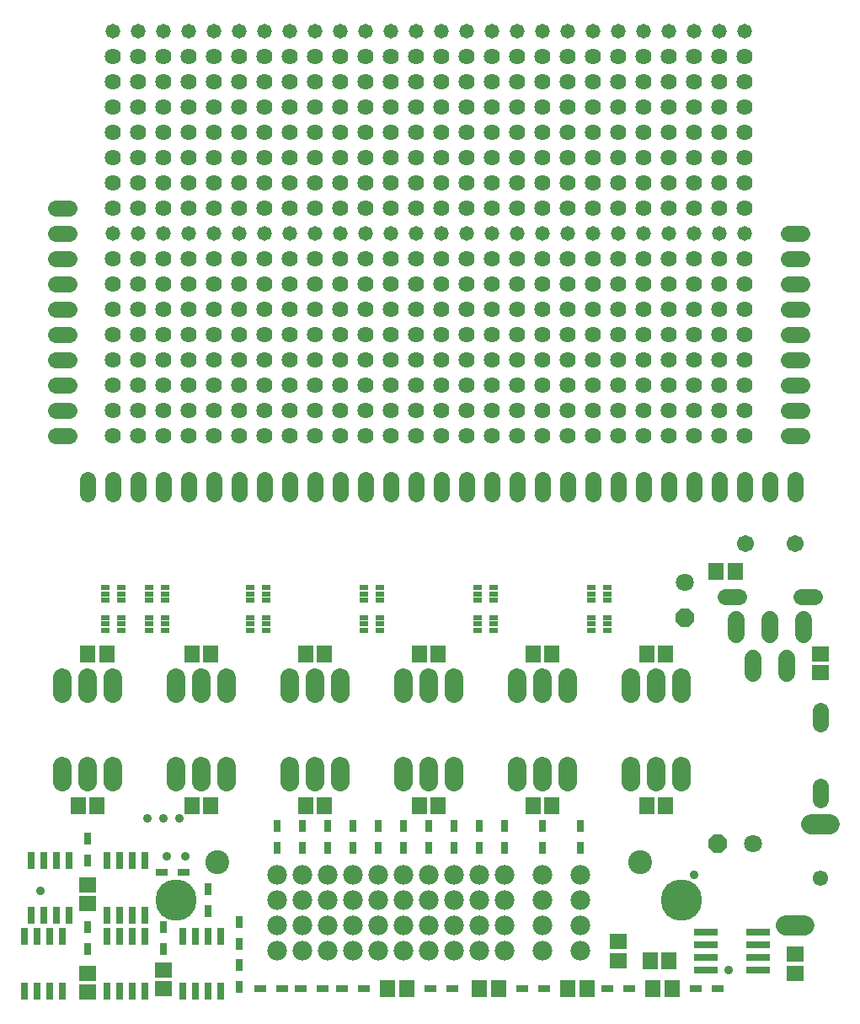
<source format=gbs>
G75*
%MOIN*%
%OFA0B0*%
%FSLAX25Y25*%
%IPPOS*%
%LPD*%
%AMOC8*
5,1,8,0,0,1.08239X$1,22.5*
%
%ADD10R,0.06706X0.05918*%
%ADD11OC8,0.07100*%
%ADD12C,0.07100*%
%ADD13R,0.05918X0.06706*%
%ADD14C,0.07900*%
%ADD15R,0.03162X0.04737*%
%ADD16R,0.04737X0.03162*%
%ADD17C,0.06400*%
%ADD18C,0.06743*%
%ADD19C,0.06743*%
%ADD20C,0.07200*%
%ADD21R,0.03556X0.01981*%
%ADD22C,0.16350*%
%ADD23C,0.09461*%
%ADD24C,0.07800*%
%ADD25R,0.03162X0.06706*%
%ADD26R,0.09461X0.03162*%
%ADD27C,0.03578*%
%ADD28C,0.05800*%
%ADD29C,0.06400*%
%ADD30C,0.06115*%
D10*
X0051500Y0039174D03*
X0051500Y0046654D03*
X0051600Y0074174D03*
X0051600Y0081654D03*
X0081500Y0047904D03*
X0081500Y0040424D03*
X0261600Y0051674D03*
X0261600Y0059154D03*
X0331600Y0054154D03*
X0331600Y0046674D03*
X0341600Y0165424D03*
X0341600Y0172904D03*
D11*
X0287850Y0187164D03*
X0300850Y0097914D03*
D12*
X0314850Y0097914D03*
X0287850Y0201164D03*
D13*
X0300360Y0205414D03*
X0307840Y0205414D03*
X0280340Y0172914D03*
X0272860Y0172914D03*
X0235340Y0172914D03*
X0227860Y0172914D03*
X0190340Y0172914D03*
X0182860Y0172914D03*
X0145340Y0172914D03*
X0137860Y0172914D03*
X0100340Y0172914D03*
X0092860Y0172914D03*
X0059090Y0172914D03*
X0051610Y0172914D03*
X0055340Y0112914D03*
X0047860Y0112914D03*
X0092860Y0112914D03*
X0100340Y0112914D03*
X0137860Y0112914D03*
X0145340Y0112914D03*
X0182860Y0112914D03*
X0190340Y0112914D03*
X0227860Y0112914D03*
X0235340Y0112914D03*
X0272860Y0112914D03*
X0280340Y0112914D03*
X0281590Y0051664D03*
X0274110Y0051664D03*
X0275360Y0040414D03*
X0282840Y0040414D03*
X0249090Y0040414D03*
X0241610Y0040414D03*
X0214090Y0040414D03*
X0206610Y0040414D03*
X0177840Y0040414D03*
X0170360Y0040414D03*
D14*
X0328050Y0065414D02*
X0335150Y0065414D01*
X0338050Y0105414D02*
X0345150Y0105414D01*
D15*
X0246600Y0104745D03*
X0246600Y0096083D03*
X0231600Y0096083D03*
X0231600Y0104745D03*
X0216600Y0104745D03*
X0216600Y0096083D03*
X0206600Y0096083D03*
X0206600Y0104745D03*
X0196600Y0104745D03*
X0196600Y0096083D03*
X0186600Y0096083D03*
X0186600Y0104745D03*
X0176600Y0104745D03*
X0176600Y0096083D03*
X0166600Y0096083D03*
X0166600Y0104745D03*
X0156600Y0104745D03*
X0156600Y0096083D03*
X0146600Y0096083D03*
X0146600Y0104745D03*
X0136600Y0104745D03*
X0136600Y0096083D03*
X0126600Y0096083D03*
X0126600Y0104745D03*
X0099100Y0079745D03*
X0099100Y0071083D03*
X0111600Y0066932D03*
X0111600Y0058271D03*
X0111600Y0049745D03*
X0111600Y0041083D03*
X0081600Y0056083D03*
X0081600Y0064745D03*
X0051600Y0064745D03*
X0051600Y0056083D03*
X0051600Y0091083D03*
X0051600Y0099745D03*
D16*
X0081019Y0086664D03*
X0089681Y0086664D03*
X0119769Y0040414D03*
X0128431Y0040414D03*
X0136019Y0040414D03*
X0144681Y0040414D03*
X0152269Y0040414D03*
X0160931Y0040414D03*
X0187269Y0040414D03*
X0195931Y0040414D03*
X0223519Y0040414D03*
X0232181Y0040414D03*
X0257269Y0040414D03*
X0265931Y0040414D03*
X0292269Y0040414D03*
X0300931Y0040414D03*
D17*
X0341600Y0115114D02*
X0341600Y0120714D01*
X0341600Y0145114D02*
X0341600Y0150714D01*
X0339400Y0195414D02*
X0333800Y0195414D01*
X0309400Y0195414D02*
X0303800Y0195414D01*
X0301600Y0236364D02*
X0301600Y0241964D01*
X0291600Y0241964D02*
X0291600Y0236364D01*
X0281600Y0236364D02*
X0281600Y0241964D01*
X0271600Y0241964D02*
X0271600Y0236364D01*
X0261600Y0236364D02*
X0261600Y0241964D01*
X0251600Y0241964D02*
X0251600Y0236364D01*
X0241600Y0236364D02*
X0241600Y0241964D01*
X0231600Y0241964D02*
X0231600Y0236364D01*
X0221600Y0236364D02*
X0221600Y0241964D01*
X0211600Y0241964D02*
X0211600Y0236364D01*
X0201600Y0236364D02*
X0201600Y0241964D01*
X0191600Y0241964D02*
X0191600Y0236364D01*
X0181600Y0236364D02*
X0181600Y0241964D01*
X0171600Y0241964D02*
X0171600Y0236364D01*
X0161600Y0236364D02*
X0161600Y0241964D01*
X0151600Y0241964D02*
X0151600Y0236364D01*
X0141600Y0236364D02*
X0141600Y0241964D01*
X0131600Y0241964D02*
X0131600Y0236364D01*
X0121600Y0236364D02*
X0121600Y0241964D01*
X0111600Y0241964D02*
X0111600Y0236364D01*
X0101600Y0236364D02*
X0101600Y0241964D01*
X0091600Y0241964D02*
X0091600Y0236364D01*
X0081600Y0236364D02*
X0081600Y0241964D01*
X0071600Y0241964D02*
X0071600Y0236364D01*
X0061600Y0236364D02*
X0061600Y0241964D01*
X0051600Y0241964D02*
X0051600Y0236364D01*
X0044400Y0259164D02*
X0038800Y0259164D01*
X0038800Y0269164D02*
X0044400Y0269164D01*
X0044400Y0279164D02*
X0038800Y0279164D01*
X0038800Y0289164D02*
X0044400Y0289164D01*
X0044400Y0299164D02*
X0038800Y0299164D01*
X0038800Y0309164D02*
X0044400Y0309164D01*
X0044400Y0319164D02*
X0038800Y0319164D01*
X0038800Y0329164D02*
X0044400Y0329164D01*
X0044400Y0339164D02*
X0038800Y0339164D01*
X0038800Y0349164D02*
X0044400Y0349164D01*
X0311600Y0241964D02*
X0311600Y0236364D01*
X0321600Y0236364D02*
X0321600Y0241964D01*
X0331600Y0241964D02*
X0331600Y0236364D01*
X0334400Y0259164D02*
X0328800Y0259164D01*
X0328800Y0269164D02*
X0334400Y0269164D01*
X0334400Y0279164D02*
X0328800Y0279164D01*
X0328800Y0289164D02*
X0334400Y0289164D01*
X0334400Y0299164D02*
X0328800Y0299164D01*
X0328800Y0309164D02*
X0334400Y0309164D01*
X0334400Y0319164D02*
X0328800Y0319164D01*
X0328800Y0329164D02*
X0334400Y0329164D01*
X0334400Y0339164D02*
X0328800Y0339164D01*
D18*
X0334986Y0186456D02*
X0334986Y0180513D01*
X0328293Y0171102D02*
X0328293Y0165159D01*
X0314907Y0165159D02*
X0314907Y0171102D01*
X0308214Y0180513D02*
X0308214Y0186456D01*
X0321600Y0186456D02*
X0321600Y0180513D01*
D19*
X0311757Y0216664D03*
X0331443Y0216664D03*
D20*
X0286600Y0163614D02*
X0286600Y0157214D01*
X0276600Y0157214D02*
X0276600Y0163614D01*
X0266600Y0163614D02*
X0266600Y0157214D01*
X0241600Y0157214D02*
X0241600Y0163614D01*
X0231600Y0163614D02*
X0231600Y0157214D01*
X0221600Y0157214D02*
X0221600Y0163614D01*
X0196600Y0163614D02*
X0196600Y0157214D01*
X0186600Y0157214D02*
X0186600Y0163614D01*
X0176600Y0163614D02*
X0176600Y0157214D01*
X0176600Y0128614D02*
X0176600Y0122214D01*
X0186600Y0122214D02*
X0186600Y0128614D01*
X0196600Y0128614D02*
X0196600Y0122214D01*
X0221600Y0122214D02*
X0221600Y0128614D01*
X0231600Y0128614D02*
X0231600Y0122214D01*
X0241600Y0122214D02*
X0241600Y0128614D01*
X0266600Y0128614D02*
X0266600Y0122214D01*
X0276600Y0122214D02*
X0276600Y0128614D01*
X0286600Y0128614D02*
X0286600Y0122214D01*
X0151600Y0122214D02*
X0151600Y0128614D01*
X0141600Y0128614D02*
X0141600Y0122214D01*
X0131600Y0122214D02*
X0131600Y0128614D01*
X0131600Y0157214D02*
X0131600Y0163614D01*
X0141600Y0163614D02*
X0141600Y0157214D01*
X0151600Y0157214D02*
X0151600Y0163614D01*
X0106600Y0163614D02*
X0106600Y0157214D01*
X0096600Y0157214D02*
X0096600Y0163614D01*
X0086600Y0163614D02*
X0086600Y0157214D01*
X0061600Y0157214D02*
X0061600Y0163614D01*
X0051600Y0163614D02*
X0051600Y0157214D01*
X0041600Y0157214D02*
X0041600Y0163614D01*
X0041600Y0128614D02*
X0041600Y0122214D01*
X0051600Y0122214D02*
X0051600Y0128614D01*
X0061600Y0128614D02*
X0061600Y0122214D01*
X0086600Y0122214D02*
X0086600Y0128614D01*
X0096600Y0128614D02*
X0096600Y0122214D01*
X0106600Y0122214D02*
X0106600Y0128614D01*
D21*
X0115950Y0182230D03*
X0115950Y0184789D03*
X0115950Y0187348D03*
X0122250Y0187348D03*
X0122250Y0184789D03*
X0122250Y0182230D03*
X0122250Y0194105D03*
X0122250Y0196664D03*
X0122250Y0199223D03*
X0115950Y0199223D03*
X0115950Y0196664D03*
X0115950Y0194105D03*
X0082250Y0194105D03*
X0082250Y0196664D03*
X0082250Y0199223D03*
X0075950Y0199223D03*
X0075950Y0196664D03*
X0075950Y0194105D03*
X0075950Y0187348D03*
X0075950Y0184789D03*
X0075950Y0182230D03*
X0082250Y0182230D03*
X0082250Y0184789D03*
X0082250Y0187348D03*
X0064750Y0187348D03*
X0064750Y0184789D03*
X0064750Y0182230D03*
X0058450Y0182230D03*
X0058450Y0184789D03*
X0058450Y0187348D03*
X0058450Y0194105D03*
X0058450Y0196664D03*
X0058450Y0199223D03*
X0064750Y0199223D03*
X0064750Y0196664D03*
X0064750Y0194105D03*
X0160950Y0194105D03*
X0160950Y0196664D03*
X0160950Y0199223D03*
X0167250Y0199223D03*
X0167250Y0196664D03*
X0167250Y0194105D03*
X0167250Y0187348D03*
X0167250Y0184789D03*
X0167250Y0182230D03*
X0160950Y0182230D03*
X0160950Y0184789D03*
X0160950Y0187348D03*
X0205950Y0187348D03*
X0205950Y0184789D03*
X0205950Y0182230D03*
X0212250Y0182230D03*
X0212250Y0184789D03*
X0212250Y0187348D03*
X0212250Y0194105D03*
X0212250Y0196664D03*
X0212250Y0199223D03*
X0205950Y0199223D03*
X0205950Y0196664D03*
X0205950Y0194105D03*
X0250950Y0194105D03*
X0250950Y0196664D03*
X0250950Y0199223D03*
X0257250Y0199223D03*
X0257250Y0196664D03*
X0257250Y0194105D03*
X0257250Y0187348D03*
X0257250Y0184789D03*
X0257250Y0182230D03*
X0250950Y0182230D03*
X0250950Y0184789D03*
X0250950Y0187348D03*
D22*
X0286600Y0075414D03*
X0086600Y0075414D03*
D23*
X0102850Y0090414D03*
X0270350Y0090414D03*
D24*
X0246600Y0085414D03*
X0246600Y0075414D03*
X0246600Y0065414D03*
X0246600Y0055414D03*
X0231600Y0055414D03*
X0231600Y0065414D03*
X0231600Y0075414D03*
X0231600Y0085414D03*
X0216600Y0085414D03*
X0216600Y0075414D03*
X0216600Y0065414D03*
X0216600Y0055414D03*
X0206600Y0055414D03*
X0206600Y0065414D03*
X0206600Y0075414D03*
X0206600Y0085414D03*
X0196600Y0085414D03*
X0196600Y0075414D03*
X0196600Y0065414D03*
X0196600Y0055414D03*
X0186600Y0055414D03*
X0186600Y0065414D03*
X0186600Y0075414D03*
X0186600Y0085414D03*
X0176600Y0085414D03*
X0176600Y0075414D03*
X0176600Y0065414D03*
X0176600Y0055414D03*
X0166600Y0055414D03*
X0166600Y0065414D03*
X0166600Y0075414D03*
X0166600Y0085414D03*
X0156600Y0085414D03*
X0146600Y0085414D03*
X0146600Y0075414D03*
X0156600Y0075414D03*
X0156600Y0065414D03*
X0146600Y0065414D03*
X0146600Y0055414D03*
X0156600Y0055414D03*
X0136600Y0055414D03*
X0136600Y0065414D03*
X0136600Y0075414D03*
X0136600Y0085414D03*
X0126600Y0085414D03*
X0126600Y0075414D03*
X0126600Y0065414D03*
X0126600Y0055414D03*
D25*
X0026600Y0039587D03*
X0031600Y0039587D03*
X0036600Y0039587D03*
X0041600Y0039587D03*
X0059100Y0039587D03*
X0064100Y0039587D03*
X0069100Y0039587D03*
X0074100Y0039587D03*
X0089100Y0039587D03*
X0094100Y0039587D03*
X0099100Y0039587D03*
X0104100Y0039587D03*
X0104100Y0061241D03*
X0099100Y0061241D03*
X0094100Y0061241D03*
X0089100Y0061241D03*
X0074100Y0061241D03*
X0069100Y0061241D03*
X0064100Y0061241D03*
X0059100Y0061241D03*
X0059100Y0069587D03*
X0064100Y0069587D03*
X0069100Y0069587D03*
X0074100Y0069587D03*
X0074100Y0091241D03*
X0069100Y0091241D03*
X0064100Y0091241D03*
X0059100Y0091241D03*
X0044100Y0091241D03*
X0039100Y0091241D03*
X0034100Y0091241D03*
X0029100Y0091241D03*
X0029100Y0069587D03*
X0034100Y0069587D03*
X0039100Y0069587D03*
X0044100Y0069587D03*
X0041600Y0061241D03*
X0036600Y0061241D03*
X0031600Y0061241D03*
X0026600Y0061241D03*
D26*
X0296364Y0062914D03*
X0296364Y0057914D03*
X0296364Y0052914D03*
X0296364Y0047914D03*
X0316836Y0047914D03*
X0316836Y0052914D03*
X0316836Y0057914D03*
X0316836Y0062914D03*
D27*
X0305350Y0047914D03*
X0291600Y0085414D03*
X0090350Y0092914D03*
X0082850Y0092914D03*
X0081600Y0107914D03*
X0087850Y0107914D03*
X0075350Y0107914D03*
X0032840Y0079174D03*
D28*
X0061600Y0339164D03*
X0071600Y0339164D03*
X0081600Y0339164D03*
X0091600Y0339164D03*
X0101600Y0339164D03*
X0111600Y0339164D03*
X0121600Y0339164D03*
X0131600Y0339164D03*
X0141600Y0339164D03*
X0151600Y0339164D03*
X0161600Y0339164D03*
X0171600Y0339164D03*
X0181600Y0339164D03*
X0191600Y0339164D03*
X0201600Y0339164D03*
X0211600Y0339164D03*
X0221600Y0339164D03*
X0231600Y0339164D03*
X0241600Y0339164D03*
X0251600Y0339164D03*
X0261600Y0339164D03*
X0271600Y0339164D03*
X0281600Y0339164D03*
X0291600Y0339164D03*
X0301600Y0339164D03*
X0311600Y0339164D03*
X0311600Y0419164D03*
X0301600Y0419164D03*
X0291600Y0419164D03*
X0281600Y0419164D03*
X0271600Y0419164D03*
X0261600Y0419164D03*
X0251600Y0419164D03*
X0241600Y0419164D03*
X0231600Y0419164D03*
X0221600Y0419164D03*
X0211600Y0419164D03*
X0201600Y0419164D03*
X0191600Y0419164D03*
X0181600Y0419164D03*
X0171600Y0419164D03*
X0161600Y0419164D03*
X0151600Y0419164D03*
X0141600Y0419164D03*
X0131600Y0419164D03*
X0121600Y0419164D03*
X0111600Y0419164D03*
X0101600Y0419164D03*
X0091600Y0419164D03*
X0081600Y0419164D03*
X0071600Y0419164D03*
X0061600Y0419164D03*
D29*
X0061600Y0409164D03*
X0071600Y0409164D03*
X0071600Y0399164D03*
X0061600Y0399164D03*
X0061600Y0389164D03*
X0071600Y0389164D03*
X0081600Y0389164D03*
X0081600Y0399164D03*
X0081600Y0409164D03*
X0091600Y0409164D03*
X0091600Y0399164D03*
X0091600Y0389164D03*
X0101600Y0389164D03*
X0101600Y0399164D03*
X0101600Y0409164D03*
X0111600Y0409164D03*
X0121600Y0409164D03*
X0121600Y0399164D03*
X0111600Y0399164D03*
X0111600Y0389164D03*
X0121600Y0389164D03*
X0131600Y0389164D03*
X0131600Y0399164D03*
X0131600Y0409164D03*
X0141600Y0409164D03*
X0141600Y0399164D03*
X0141600Y0389164D03*
X0151600Y0389164D03*
X0151600Y0399164D03*
X0151600Y0409164D03*
X0161600Y0409164D03*
X0171600Y0409164D03*
X0171600Y0399164D03*
X0161600Y0399164D03*
X0161600Y0389164D03*
X0171600Y0389164D03*
X0181600Y0389164D03*
X0181600Y0399164D03*
X0181600Y0409164D03*
X0191600Y0409164D03*
X0201600Y0409164D03*
X0201600Y0399164D03*
X0191600Y0399164D03*
X0191600Y0389164D03*
X0201600Y0389164D03*
X0211600Y0389164D03*
X0211600Y0399164D03*
X0211600Y0409164D03*
X0221600Y0409164D03*
X0221600Y0399164D03*
X0221600Y0389164D03*
X0231600Y0389164D03*
X0231600Y0399164D03*
X0231600Y0409164D03*
X0241600Y0409164D03*
X0251600Y0409164D03*
X0251600Y0399164D03*
X0241600Y0399164D03*
X0241600Y0389164D03*
X0251600Y0389164D03*
X0261600Y0389164D03*
X0261600Y0399164D03*
X0261600Y0409164D03*
X0271600Y0409164D03*
X0271600Y0399164D03*
X0271600Y0389164D03*
X0281600Y0389164D03*
X0281600Y0399164D03*
X0281600Y0409164D03*
X0291600Y0409164D03*
X0301600Y0409164D03*
X0301600Y0399164D03*
X0291600Y0399164D03*
X0291600Y0389164D03*
X0301600Y0389164D03*
X0311600Y0389164D03*
X0311600Y0399164D03*
X0311600Y0409164D03*
X0311600Y0379164D03*
X0311600Y0369164D03*
X0311600Y0359164D03*
X0311600Y0349164D03*
X0301600Y0349164D03*
X0301600Y0359164D03*
X0301600Y0369164D03*
X0301600Y0379164D03*
X0291600Y0379164D03*
X0291600Y0369164D03*
X0291600Y0359164D03*
X0291600Y0349164D03*
X0281600Y0349164D03*
X0281600Y0359164D03*
X0281600Y0369164D03*
X0281600Y0379164D03*
X0271600Y0379164D03*
X0261600Y0379164D03*
X0261600Y0369164D03*
X0271600Y0369164D03*
X0271600Y0359164D03*
X0261600Y0359164D03*
X0261600Y0349164D03*
X0271600Y0349164D03*
X0271600Y0329164D03*
X0261600Y0329164D03*
X0251600Y0329164D03*
X0241600Y0329164D03*
X0231600Y0329164D03*
X0221600Y0329164D03*
X0211600Y0329164D03*
X0201600Y0329164D03*
X0191600Y0329164D03*
X0181600Y0329164D03*
X0171600Y0329164D03*
X0161600Y0329164D03*
X0151600Y0329164D03*
X0141600Y0329164D03*
X0131600Y0329164D03*
X0121600Y0329164D03*
X0111600Y0329164D03*
X0101600Y0329164D03*
X0091600Y0329164D03*
X0081600Y0329164D03*
X0071600Y0329164D03*
X0061600Y0329164D03*
X0061600Y0319164D03*
X0071600Y0319164D03*
X0071600Y0309164D03*
X0061600Y0309164D03*
X0061600Y0299164D03*
X0071600Y0299164D03*
X0071600Y0289164D03*
X0061600Y0289164D03*
X0061600Y0279164D03*
X0071600Y0279164D03*
X0081600Y0279164D03*
X0081600Y0289164D03*
X0081600Y0299164D03*
X0081600Y0309164D03*
X0081600Y0319164D03*
X0091600Y0319164D03*
X0091600Y0309164D03*
X0091600Y0299164D03*
X0091600Y0289164D03*
X0091600Y0279164D03*
X0101600Y0279164D03*
X0101600Y0289164D03*
X0101600Y0299164D03*
X0101600Y0309164D03*
X0101600Y0319164D03*
X0111600Y0319164D03*
X0121600Y0319164D03*
X0121600Y0309164D03*
X0111600Y0309164D03*
X0111600Y0299164D03*
X0121600Y0299164D03*
X0121600Y0289164D03*
X0111600Y0289164D03*
X0111600Y0279164D03*
X0121600Y0279164D03*
X0131600Y0279164D03*
X0131600Y0289164D03*
X0131600Y0299164D03*
X0131600Y0309164D03*
X0131600Y0319164D03*
X0141600Y0319164D03*
X0141600Y0309164D03*
X0141600Y0299164D03*
X0141600Y0289164D03*
X0141600Y0279164D03*
X0151600Y0279164D03*
X0151600Y0289164D03*
X0151600Y0299164D03*
X0151600Y0309164D03*
X0151600Y0319164D03*
X0161600Y0319164D03*
X0171600Y0319164D03*
X0171600Y0309164D03*
X0161600Y0309164D03*
X0161600Y0299164D03*
X0171600Y0299164D03*
X0171600Y0289164D03*
X0161600Y0289164D03*
X0161600Y0279164D03*
X0171600Y0279164D03*
X0181600Y0279164D03*
X0181600Y0289164D03*
X0181600Y0299164D03*
X0181600Y0309164D03*
X0181600Y0319164D03*
X0191600Y0319164D03*
X0201600Y0319164D03*
X0201600Y0309164D03*
X0191600Y0309164D03*
X0191600Y0299164D03*
X0201600Y0299164D03*
X0201600Y0289164D03*
X0191600Y0289164D03*
X0191600Y0279164D03*
X0201600Y0279164D03*
X0211600Y0279164D03*
X0211600Y0289164D03*
X0211600Y0299164D03*
X0211600Y0309164D03*
X0211600Y0319164D03*
X0221600Y0319164D03*
X0221600Y0309164D03*
X0221600Y0299164D03*
X0221600Y0289164D03*
X0221600Y0279164D03*
X0231600Y0279164D03*
X0231600Y0289164D03*
X0231600Y0299164D03*
X0231600Y0309164D03*
X0231600Y0319164D03*
X0241600Y0319164D03*
X0251600Y0319164D03*
X0251600Y0309164D03*
X0241600Y0309164D03*
X0241600Y0299164D03*
X0251600Y0299164D03*
X0251600Y0289164D03*
X0241600Y0289164D03*
X0241600Y0279164D03*
X0251600Y0279164D03*
X0261600Y0279164D03*
X0261600Y0289164D03*
X0261600Y0299164D03*
X0261600Y0309164D03*
X0261600Y0319164D03*
X0271600Y0319164D03*
X0271600Y0309164D03*
X0271600Y0299164D03*
X0271600Y0289164D03*
X0271600Y0279164D03*
X0281600Y0279164D03*
X0281600Y0289164D03*
X0281600Y0299164D03*
X0281600Y0309164D03*
X0281600Y0319164D03*
X0281600Y0329164D03*
X0291600Y0329164D03*
X0301600Y0329164D03*
X0311600Y0329164D03*
X0311600Y0319164D03*
X0311600Y0309164D03*
X0311600Y0299164D03*
X0311600Y0289164D03*
X0311600Y0279164D03*
X0301600Y0279164D03*
X0301600Y0289164D03*
X0301600Y0299164D03*
X0301600Y0309164D03*
X0301600Y0319164D03*
X0291600Y0319164D03*
X0291600Y0309164D03*
X0291600Y0299164D03*
X0291600Y0289164D03*
X0291600Y0279164D03*
X0291600Y0269164D03*
X0301600Y0269164D03*
X0301600Y0259164D03*
X0291600Y0259164D03*
X0281600Y0259164D03*
X0281600Y0269164D03*
X0271600Y0269164D03*
X0261600Y0269164D03*
X0261600Y0259164D03*
X0271600Y0259164D03*
X0251600Y0259164D03*
X0251600Y0269164D03*
X0241600Y0269164D03*
X0241600Y0259164D03*
X0231600Y0259164D03*
X0231600Y0269164D03*
X0221600Y0269164D03*
X0211600Y0269164D03*
X0211600Y0259164D03*
X0221600Y0259164D03*
X0201600Y0259164D03*
X0201600Y0269164D03*
X0191600Y0269164D03*
X0191600Y0259164D03*
X0181600Y0259164D03*
X0181600Y0269164D03*
X0171600Y0269164D03*
X0161600Y0269164D03*
X0161600Y0259164D03*
X0171600Y0259164D03*
X0151600Y0259164D03*
X0151600Y0269164D03*
X0141600Y0269164D03*
X0131600Y0269164D03*
X0131600Y0259164D03*
X0141600Y0259164D03*
X0121600Y0259164D03*
X0121600Y0269164D03*
X0111600Y0269164D03*
X0111600Y0259164D03*
X0101600Y0259164D03*
X0101600Y0269164D03*
X0091600Y0269164D03*
X0081600Y0269164D03*
X0081600Y0259164D03*
X0091600Y0259164D03*
X0071600Y0259164D03*
X0071600Y0269164D03*
X0061600Y0269164D03*
X0061600Y0259164D03*
X0061600Y0349164D03*
X0061600Y0359164D03*
X0061600Y0369164D03*
X0061600Y0379164D03*
X0071600Y0379164D03*
X0071600Y0369164D03*
X0071600Y0359164D03*
X0071600Y0349164D03*
X0081600Y0349164D03*
X0081600Y0359164D03*
X0081600Y0369164D03*
X0081600Y0379164D03*
X0091600Y0379164D03*
X0091600Y0369164D03*
X0091600Y0359164D03*
X0091600Y0349164D03*
X0101600Y0349164D03*
X0101600Y0359164D03*
X0101600Y0369164D03*
X0101600Y0379164D03*
X0111600Y0379164D03*
X0121600Y0379164D03*
X0121600Y0369164D03*
X0111600Y0369164D03*
X0111600Y0359164D03*
X0121600Y0359164D03*
X0121600Y0349164D03*
X0111600Y0349164D03*
X0131600Y0349164D03*
X0131600Y0359164D03*
X0131600Y0369164D03*
X0131600Y0379164D03*
X0141600Y0379164D03*
X0141600Y0369164D03*
X0141600Y0359164D03*
X0141600Y0349164D03*
X0151600Y0349164D03*
X0151600Y0359164D03*
X0151600Y0369164D03*
X0151600Y0379164D03*
X0161600Y0379164D03*
X0171600Y0379164D03*
X0171600Y0369164D03*
X0161600Y0369164D03*
X0161600Y0359164D03*
X0171600Y0359164D03*
X0171600Y0349164D03*
X0161600Y0349164D03*
X0181600Y0349164D03*
X0181600Y0359164D03*
X0181600Y0369164D03*
X0181600Y0379164D03*
X0191600Y0379164D03*
X0201600Y0379164D03*
X0201600Y0369164D03*
X0191600Y0369164D03*
X0191600Y0359164D03*
X0201600Y0359164D03*
X0201600Y0349164D03*
X0191600Y0349164D03*
X0211600Y0349164D03*
X0211600Y0359164D03*
X0211600Y0369164D03*
X0211600Y0379164D03*
X0221600Y0379164D03*
X0221600Y0369164D03*
X0221600Y0359164D03*
X0221600Y0349164D03*
X0231600Y0349164D03*
X0231600Y0359164D03*
X0231600Y0369164D03*
X0231600Y0379164D03*
X0241600Y0379164D03*
X0251600Y0379164D03*
X0251600Y0369164D03*
X0241600Y0369164D03*
X0241600Y0359164D03*
X0251600Y0359164D03*
X0251600Y0349164D03*
X0241600Y0349164D03*
X0311600Y0269164D03*
X0311600Y0259164D03*
D30*
X0341600Y0084164D03*
M02*

</source>
